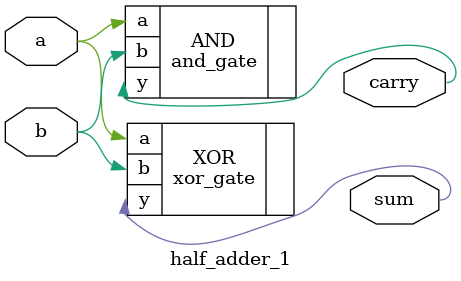
<source format=v>
module half_adder_1(a,b,sum,carry);
    input a,b;
    output sum,carry;
    //directions
    xor_gate XOR(
        .a(a),
        .b(b),
        .y(sum)
    );
    and_gate AND(
        .a(a),
        .b(b),
        .y(carry)
    );
    endmodule


</source>
